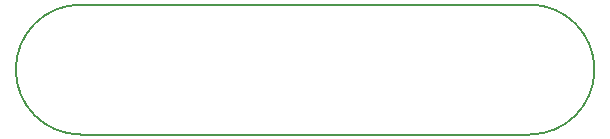
<source format=gm1>
G04 #@! TF.GenerationSoftware,KiCad,Pcbnew,(5.1.10)-1*
G04 #@! TF.CreationDate,2021-08-18T11:57:54+08:00*
G04 #@! TF.ProjectId,dboard,64626f61-7264-42e6-9b69-6361645f7063,rev?*
G04 #@! TF.SameCoordinates,Original*
G04 #@! TF.FileFunction,Profile,NP*
%FSLAX46Y46*%
G04 Gerber Fmt 4.6, Leading zero omitted, Abs format (unit mm)*
G04 Created by KiCad (PCBNEW (5.1.10)-1) date 2021-08-18 11:57:54*
%MOMM*%
%LPD*%
G01*
G04 APERTURE LIST*
G04 #@! TA.AperFunction,Profile*
%ADD10C,0.200000*%
G04 #@! TD*
G04 APERTURE END LIST*
D10*
X17000000Y0D02*
G75*
G02*
X17000000Y-11000000I0J-5500000D01*
G01*
X-21000000Y-11000000D02*
X17000000Y-11000000D01*
X-21000000Y-11000000D02*
G75*
G02*
X-21000000Y0I0J5500000D01*
G01*
X17000000Y0D02*
X-21000000Y0D01*
M02*

</source>
